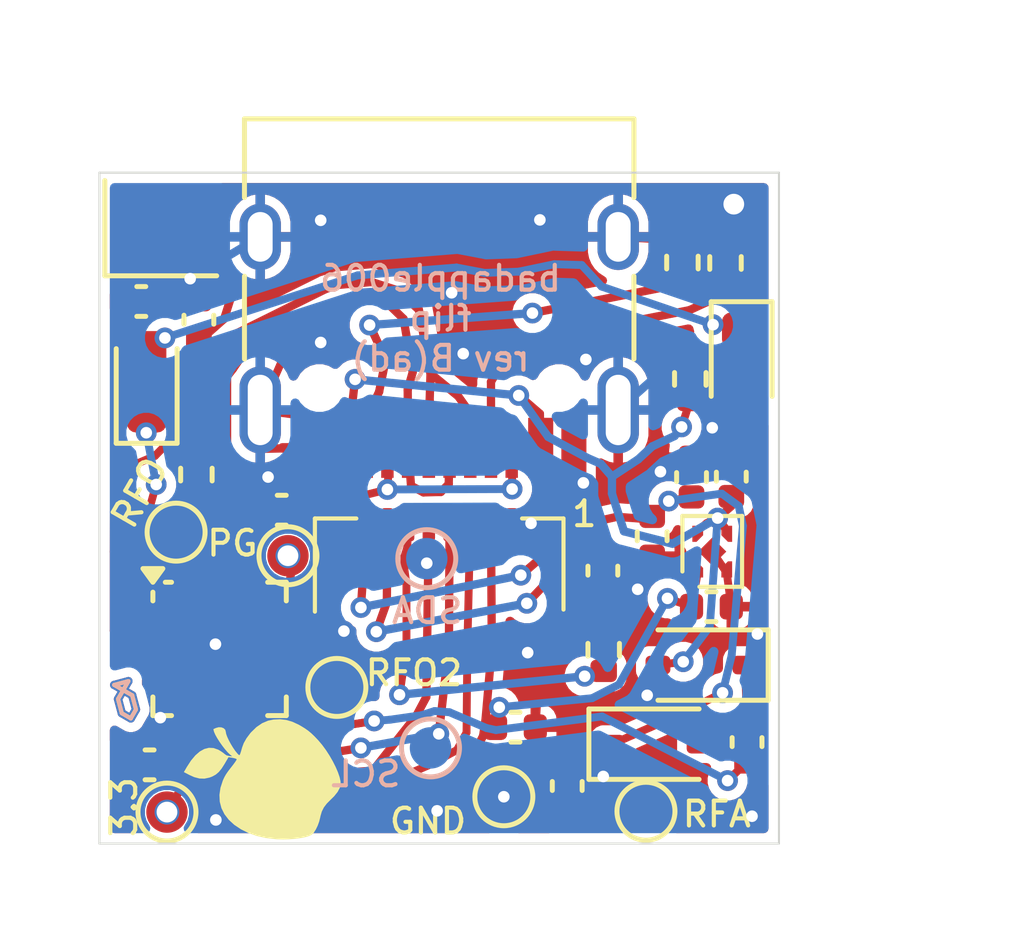
<source format=kicad_pcb>
(kicad_pcb (version 20241229) (generator "pcbnew") (generator_version "9.0")
  (layers (0 "F.Cu" signal) (2 "B.Cu" signal) (13 "F.Paste" user) (15 "B.Paste" user) (5 "F.SilkS" user "F.Silkscreen") (7 "B.SilkS" user "B.Silkscreen") (1 "F.Mask" user) (3 "B.Mask" user) (25 "Edge.Cuts" user))
  (net 0 "")
  (net 1 "Net-(J1-Pin_2)")
  (net 2 "OVDD")
  (net 3 "RES")
  (net 4 "SCL")
  (net 5 "SDA")
  (net 6 "Net-(J1-Pin_3)")
  (net 7 "VBUS")
  (net 8 "Net-(J2-CC1)")
  (net 9 "D+")
  (net 10 "D-")
  (net 11 "Net-(J2-CC2)")
  (net 12 "SBU")
  (net 13 "DPU")
  (net 14 "Net-(D1-A)")
  (net 16 "RFO2")
  (net 18 "Net-(U1-PA2{slash}T1{slash}T2{slash}U2TX_{slash}OPP0{slash}X0A0)")
  (net 19 "Net-(U1-PA1{slash}T1{slash}T2{slash}OPN0{slash}XI{slash}A1)")
  (net 20 "SWIO")
  (net 21 "RFO")
  (net 22 "Net-(J7-Pin_1)")
  (net 23 "REDCOLOR")
  (net 24 "Net-(D2-A)")
  (net 25 "CHARGEPUMP")
  (net 26 "Net-(D3-K)")
  (net 27 "OVCC")
  (net 28 "GND")
  (net 29 "Net-(J2-SBU1)")
  (footprint "TestPoint:TestPoint_Pad_D1.0mm" (layer "F.Cu") (at 74.55 89.25)
    (property "Reference" "J3" (hide yes))
    (property "Value" "PG")
  )
  (footprint "cnhardware:xdfn-reg" (layer "F.Cu") (at 84.79 89.15)
    (property "Reference" "U2" (hide yes))
    (property "Value" "RS3236-3.3YUTDN4")
  )
  (footprint "TestPoint:TestPoint_Pad_D1.0mm" (layer "F.Cu") (at 71.85 88.68)
    (property "Reference" "J6" (hide yes))
    (property "Value" "RFO")
  )
  (footprint "Resistor_SMD:R_0402_1005Metric" (layer "F.Cu") (at 84.26 84.98 90)
    (property "Reference" "R5" (hide yes))
    (property "Value" "49.9" (hide yes))
  )
  (footprint "Crystal:Crystal_SMD_2016-4Pin_2.0x1.6mm" (layer "F.Cu") (at 71.48 81.34)
    (property "Reference" "Y1" (hide yes))
    (property "Value" "24MHz")
  )
  (footprint "TestPoint:TestPoint_Pad_D1.0mm" (layer "F.Cu") (at 71.63 95.44)
    (property "Reference" "J4" (hide yes))
    (property "Value" "3.3")
  )
  (footprint "TestPoint:TestPoint_Pad_D1.0mm" (layer "F.Cu") (at 83.19 95.42)
    (property "Reference" "J7" (hide yes))
    (property "Value" "RFA")
  )
  (footprint "Resistor_SMD:R_0402_1005Metric" (layer "F.Cu") (at 72.34 87.29 90)
    (property "Reference" "R4" (hide yes))
    (property "Value" "1.5k")
  )
  (footprint "Capacitor_SMD:C_0402_1005Metric" (layer "F.Cu") (at 81.29 94.81 90)
    (property "Reference" "C8" (hide yes))
    (property "Value" "100n")
  )
  (footprint "LED_SMD:LED_0603_1608Metric" (layer "F.Cu") (at 71.14 85.050001 90)
    (property "Reference" "D1" (hide yes))
    (property "Value" "LED")
  )
  (footprint "Capacitor_SMD:C_0402_1005Metric" (layer "F.Cu") (at 85.25 87.34 90)
    (property "Reference" "C6" (hide yes))
    (property "Value" "4.7u10v")
  )
  (footprint "Resistor_SMD:R_0402_1005Metric" (layer "F.Cu") (at 82.17 91.52 90)
    (property "Reference" "R1" (hide yes))
    (property "Value" "390k")
  )
  (footprint "Capacitor_SMD:C_0402_1005Metric" (layer "F.Cu") (at 83.34 88.78 -90)
    (property "Reference" "C3" (hide yes))
    (property "Value" "100n")
  )
  (footprint "LED_SMD:LED_0603_1608Metric" (layer "F.Cu") (at 85.5 84.6 -90)
    (property "Reference" "D2" (hide yes))
    (property "Value" "LED")
  )
  (footprint "fpc:AFC42-S08FMA-1H" (layer "F.Cu") (at 78.2 88.5)
    (property "Reference" "J1" (hide yes))
    (property "Value" "OLED")
  )
  (footprint "Diode_SMD:D_SOD-323" (layer "F.Cu") (at 84.53 91.89 180)
    (property "Reference" "D3" (hide yes))
    (property "Value" "D")
  )
  (footprint "Capacitor_SMD:C_0402_1005Metric" (layer "F.Cu") (at 72.4 83.55 -90)
    (property "Reference" "C10" (hide yes))
    (property "Value" "2.2p")
  )
  (footprint "Capacitor_SMD:C_0402_1005Metric" (layer "F.Cu") (at 80.04 93.39)
    (property "Reference" "C4" (hide yes))
    (property "Value" "4.7u10v")
  )
  (footprint "Capacitor_SMD:C_0402_1005Metric" (layer "F.Cu") (at 71.21 94.3 180)
    (property "Reference" "C7" (hide yes))
    (property "Value" "100n" (hide yes))
  )
  (footprint "TestPoint:TestPoint_Pad_D1.0mm" (layer "F.Cu") (at 75.73 92.43)
    (property "Reference" "J9" (hide yes))
    (property "Value" "RFO2")
  )
  (footprint "Connector_USB:USB_C_Receptacle_HRO_TYPE-C-31-M-12" (layer "F.Cu") (at 78.2 82.6 180)
    (property "Reference" "J2" (hide yes))
    (property "Value" "USB_C_Receptacle_USB2.0")
  )
  (footprint "Capacitor_SMD:C_0402_1005Metric" (layer "F.Cu") (at 82.15 89.61 -90)
    (property "Reference" "C1" (hide yes))
    (property "Value" "4.7u10v")
  )
  (footprint "Resistor_SMD:R_0402_1005Metric" (layer "F.Cu") (at 85.11 82.18 90)
    (property "Reference" "R2" (hide yes))
    (property "Value" "5.1k")
  )
  (footprint "Capacitor_SMD:C_0402_1005Metric" (layer "F.Cu") (at 74.4 88.15)
    (property "Reference" "C12" (hide yes))
    (property "Value" "4.7u10v")
  )
  (footprint "Capacitor_SMD:C_0402_1005Metric" (layer "F.Cu") (at 84.29 87.35 90)
    (property "Reference" "C2" (hide yes))
    (property "Value" "4.7u10v")
  )
  (footprint "TestPoint:TestPoint_Pad_D1.0mm" (layer "F.Cu") (at 79.76 95.07)
    (property "Reference" "J5" (hide yes))
    (property "Value" "GND")
  )
  (footprint "Resistor_SMD:R_0402_1005Metric" (layer "F.Cu") (at 84.07 82.17 90)
    (property "Reference" "R3" (hide yes))
    (property "Value" "5.1k")
  )
  (footprint "Capacitor_SMD:C_0402_1005Metric" (layer "F.Cu") (at 85.63 93.75 -90)
    (property "Reference" "C11" (hide yes))
    (property "Value" "4.7u10v")
  )
  (footprint "Package_DFN_QFN:QFN-20-1EP_3x3mm_P0.4mm_EP1.65x1.65mm" (layer "F.Cu") (at 72.9 91.5)
    (property "Reference" "U1" (hide yes))
    (property "Value" "CH32V006F8U6" (hide yes))
  )
  (footprint "Diode_SMD:D_SOD-323" (layer "F.Cu") (at 83.4225 93.8)
    (property "Reference" "D4" (hide yes))
    (property "Value" "D" (hide yes))
  )
  (footprint "artwork:apple" (layer "F.Cu") (at 74.000764 94.528362 60)
    (property "Reference" "J8" (hide yes))
    (property "Value" "APPLE" (hide yes))
  )
  (footprint "Capacitor_SMD:C_0402_1005Metric" (layer "F.Cu") (at 71.01 83.11 180)
    (property "Reference" "C9" (hide yes))
    (property "Value" "2.2p")
  )
  (footprint "Capacitor_SMD:C_0402_1005Metric" (layer "F.Cu") (at 84.77 90.48)
    (property "Reference" "C5" (hide yes))
    (property "Value" "4.7u10v")
  )
  (footprint "TestPoint:TestPoint_Pad_D1.0mm" (layer "B.Cu") (at 77.99 93.89 180)
    (property "Reference" "J10" (hide yes))
    (property "Value" "SCL")
  )
  (footprint "TestPoint:TestPoint_Pad_D1.0mm" (layer "B.Cu") (at 77.9 89.32 180)
    (property "Reference" "J11" (hide yes))
    (property "Value" "SDA")
  )
  (gr_line (start 70.698494 92.278494) (end 70.448494 92.711506) (stroke (width 0.1)) (layer "F.SilkS"))
  (gr_line (start 70.356987 92.37) (end 70.698494 92.278494) (stroke (width 0.1)) (layer "F.SilkS"))
  (gr_line (start 70.881506 92.961506) (end 70.79 92.62) (stroke (width 0.1)) (layer "F.SilkS"))
  (gr_line (start 70.756506 93.178013) (end 70.881506 92.961506) (stroke (width 0.1)) (layer "F.SilkS"))
  (gr_line (start 70.79 92.62) (end 70.356987 92.37) (stroke (width 0.1)) (layer "F.SilkS"))
  (gr_line (start 70.448494 92.711506) (end 70.54 93.053013) (stroke (width 0.1)) (layer "F.SilkS"))
  (gr_line (start 70.54 93.053013) (end 70.756506 93.178013) (stroke (width 0.1)) (layer "F.SilkS"))
  (gr_line (start 70.448494 92.711506) (end 70.54 93.053013) (stroke (width 0.1)) (layer "B.SilkS"))
  (gr_line (start 70.79 92.62) (end 70.356987 92.37) (stroke (width 0.1)) (layer "B.SilkS"))
  (gr_line (start 70.356987 92.37) (end 70.698494 92.278494) (stroke (width 0.1)) (layer "B.SilkS"))
  (gr_line (start 70.881506 92.961506) (end 70.79 92.62) (stroke (width 0.1)) (layer "B.SilkS"))
  (gr_line (start 70.756506 93.178013) (end 70.881506 92.961506) (stroke (width 0.1)) (layer "B.SilkS"))
  (gr_line (start 70.698494 92.278494) (end 70.448494 92.711506) (stroke (width 0.1)) (layer "B.SilkS"))
  (gr_line (start 70.54 93.053013) (end 70.756506 93.178013) (stroke (width 0.1)) (layer "B.SilkS"))
  (gr_line (start 86.4 80) (end 86.4 96.2) (stroke (width 0.05)) (layer "Edge.Cuts"))
  (gr_line (start 70 96.2) (end 70 80) (stroke (width 0.05)) (layer "Edge.Cuts"))
  (gr_line (start 70 80) (end 86.4 80) (stroke (width 0.05)) (layer "Edge.Cuts"))
  (gr_line (start 86.4 96.2) (end 70 96.2) (stroke (width 0.05)) (layer "Edge.Cuts"))
  (gr_text "1" (at 81.35 88.59 0) (layer "F.SilkS") (effects (font (size 0.6 0.6) (thickness 0.1) (bold yes)) (justify left bottom)))
  (gr_text "badapple006\nflip\nrev B(ad)" (at 78.232 84.836 0) (layer "B.SilkS") (effects (font (size 0.6 0.6) (thickness 0.1)) (justify bottom mirror)))
  (segment (start 70.790001 92.620001) (end 70.356987 92.37) (width 0.2) (layer "F.Cu") (net 0))
  (segment (start 70.881505 92.961507) (end 70.790001 92.620001) (width 0.2) (layer "F.Cu") (net 0))
  (segment (start 70.756507 93.178011) (end 70.54 93.053011) (width 0.2) (layer "F.Cu") (net 0))
  (segment (start 70.756507 93.178011) (end 70.881505 92.961507) (width 0.2) (layer "F.Cu") (net 0))
  (segment (start 70.356987 92.37) (end 70.698494 92.278494) (width 0.2) (layer "F.Cu") (net 0))
  (segment (start 70.698494 92.278494) (end 70.448495 92.711506) (width 0.2) (layer "F.Cu") (net 0))
  (segment (start 70.448495 92.711506) (end 70.54 93.053011) (width 0.2) (layer "F.Cu") (net 0))
  (segment (start 70.448494 92.711506) (end 70.698494 92.278494) (width 0.2) (layer "B.Cu") (net 0))
  (segment (start 70.756506 93.178013) (end 70.881506 92.961506) (width 0.2) (layer "B.Cu") (net 0))
  (segment (start 70.756506 93.178013) (end 70.54 93.053013) (width 0.2) (layer "B.Cu") (net 0))
  (segment (start 70.698494 92.278494) (end 70.356987 92.37) (width 0.2) (layer "B.Cu") (net 0))
  (segment (start 70.54 93.053013) (end 70.448494 92.711506) (width 0.2) (layer "B.Cu") (net 0))
  (segment (start 70.79 92.62) (end 70.881506 92.961506) (width 0.2) (layer "B.Cu") (net 0))
  (segment (start 70.356987 92.37) (end 70.79 92.62) (width 0.2) (layer "B.Cu") (net 0))
  (segment (start 80.8228 89.8652) (end 80.3148 90.3986) (width 0.2) (layer "F.Cu") (net 1))
  (segment (start 76.9366 90.3732) (end 76.6826 91.0844) (width 0.2) (layer "F.Cu") (net 1))
  (segment (start 82.15 89.13) (end 80.8228 89.8652) (width 0.2) (layer "F.Cu") (net 1))
  (segment (start 76.9366 90.3732) (end 76.95 88.5) (width 0.2) (layer "F.Cu") (net 1))
  (via (at 80.3148 90.3986) (size 0.5) (drill 0.28) (layers "F.Cu" "B.Cu") (net 1))
  (via (at 76.6826 91.0844) (size 0.5) (drill 0.28) (layers "F.Cu" "B.Cu") (net 1))
  (segment (start 80.3148 90.3986) (end 76.6826 91.0844) (width 0.2) (layer "B.Cu") (net 1))
  (segment (start 73.59 95.31) (end 74.54 95.36) (width 0.2) (layer "F.Cu") (net 2))
  (segment (start 71.69 94.3) (end 72.21 94.47) (width 0.19) (layer "F.Cu") (net 2))
  (segment (start 78.94 94.23) (end 79.26 93.6) (width 0.2) (layer "F.Cu") (net 2))
  (segment (start 79.32 93.19) (end 79.46976 91.48) (width 0.2) (layer "F.Cu") (net 2))
  (segment (start 84.29 90.48) (end 84.44 89.66) (width 0.19) (layer "F.Cu") (net 2))
  (segment (start 74.54 95.36) (end 76.89 95.25) (width 0.2) (layer "F.Cu") (net 2))
  (segment (start 76.89 95.25) (end 78.19 94.67) (width 0.2) (layer "F.Cu") (net 2))
  (segment (start 71.63 95.44) (end 72.21 94.47) (width 0.19) (layer "F.Cu") (net 2))
  (segment (start 72.21 94.47) (end 72.82 94.98) (width 0.2) (layer "F.Cu") (net 2))
  (segment (start 72.1 93.36) (end 72.1 92.74) (width 0.2) (layer "F.Cu") (net 2))
  (segment (start 79.26 93.6) (end 79.32 93.19) (width 0.2) (layer "F.Cu") (net 2))
  (segment (start 78.19 94.67) (end 78.94 94.23) (width 0.2) (layer "F.Cu") (net 2))
  (segment (start 83.71 90.28) (end 84.29 90.48) (width 0.19) (layer "F.Cu") (net 2))
  (segment (start 72.82 94.98) (end 73.59 95.31) (width 0.2) (layer "F.Cu") (net 2))
  (segment (start 72.1 93.36) (end 72.21 94.47) (width 0.2) (layer "F.Cu") (net 2))
  (segment (start 79.46976 91.48) (end 79.45 88.5) (width 0.2) (layer "F.Cu") (net 2))
  (via (at 71.63 95.44) (size 0.6) (drill 0.5) (layers "F.Cu" "B.Cu") (net 2))
  (via (at 79.65 92.91) (size 0.5) (drill 0.28) (layers "F.Cu" "B.Cu") (net 2))
  (via (at 83.71 90.28) (size 0.5) (drill 0.28) (layers "F.Cu" "B.Cu") (net 2))
  (segment (start 82.54 92.36) (end 83.71 90.28) (width 0.19) (layer "B.Cu") (net 2))
  (segment (start 81.89 92.69) (end 79.65 92.91) (width 0.19) (layer "B.Cu") (net 2))
  (segment (start 82.54 92.36) (end 81.89 92.69) (width 0.19) (layer "B.Cu") (net 2))
  (segment (start 78.88 91.41) (end 78.95 88.5) (width 0.19) (layer "F.Cu") (net 3))
  (segment (start 78.86 93.52) (end 78.88 91.41) (width 0.19) (layer "F.Cu") (net 3))
  (segment (start 72.5 92.74) (end 72.5 93.45) (width 0.19) (layer "F.Cu") (net 3))
  (segment (start 78.63 93.94) (end 78.86 93.52) (width 0.19) (layer "F.Cu") (net 3))
  (segment (start 73.67 94.9) (end 74.55 94.97) (width 0.19) (layer "F.Cu") (net 3))
  (segment (start 73.2 94.69) (end 73.67 94.9) (width 0.19) (layer "F.Cu") (net 3))
  (segment (start 72.5 93.45) (end 72.64 94.09) (width 0.19) (layer "F.Cu") (net 3))
  (segment (start 76.67 94.86) (end 77.99 94.29) (width 0.19) (layer "F.Cu") (net 3))
  (segment (start 74.55 94.97) (end 76.67 94.86) (width 0.19) (layer "F.Cu") (net 3))
  (segment (start 72.64 94.09) (end 73.2 94.69) (width 0.19) (layer "F.Cu") (net 3))
  (segment (start 77.99 94.29) (end 78.63 93.94) (width 0.19) (layer "F.Cu") (net 3))
  (segment (start 74.58 94.17) (end 73.93 94.1) (width 0.2) (layer "F.Cu") (net 4))
  (segment (start 76.31 93.89) (end 74.58 94.17) (width 0.2) (layer "F.Cu") (net 4))
  (segment (start 78.4352 91.44) (end 78.45 88.5) (width 0.2) (layer "F.Cu") (net 4))
  (segment (start 73.3 93.44) (end 73.3 92.74) (width 0.2) (layer "F.Cu") (net 4))
  (segment (start 78.19 93.55) (end 78.4352 91.44) (width 0.2) (layer "F.Cu") (net 4))
  (segment (start 73.59 93.93) (end 73.3 93.44) (width 0.2) (layer "F.Cu") (net 4))
  (segment (start 73.93 94.1) (end 73.59 93.93) (width 0.2) (layer "F.Cu") (net 4))
  (via (at 76.31 93.89) (size 0.5) (drill 0.28) (layers "F.Cu" "B.Cu") (net 4))
  (via (at 78.19 93.55) (size 0.5) (drill 0.28) (layers "F.Cu" "B.Cu") (net 4))
  (segment (start 76.31 93.89) (end 78.19 93.55) (width 0.2) (layer "B.Cu") (net 4))
  (segment (start 74.59 94.58) (end 76.6 94.44) (width 0.2) (layer "F.Cu") (net 5))
  (segment (start 72.906154 93.5) (end 72.9 93.34) (width 0.19) (layer "F.Cu") (net 5))
  (segment (start 77.65 93.11) (end 77.89 92.66) (width 0.2) (layer "F.Cu") (net 5))
  (segment (start 72.906154 93.5) (end 73.01 93.86) (width 0.2) (layer "F.Cu") (net 5))
  (segment (start 77.89 92.66) (end 77.95 88.5) (width 0.2) (layer "F.Cu") (net 5))
  (segment (start 76.6 94.44) (end 77.65 93.11) (width 0.2) (layer "F.Cu") (net 5))
  (segment (start 72.9 93.34) (end 72.9 92.74) (width 0.19) (layer "F.Cu") (net 5))
  (segment (start 73.01 93.86) (end 73.4 94.33) (width 0.2) (layer "F.Cu") (net 5))
  (segment (start 73.4 94.33) (end 73.78 94.51) (width 0.2) (layer "F.Cu") (net 5))
  (segment (start 73.78 94.51) (end 74.59 94.58) (width 0.2) (layer "F.Cu") (net 5))
  (via (at 77.9 89.43) (size 0.5) (drill 0.28) (layers "F.Cu" "B.Cu") (net 5))
  (segment (start 77.9 89.32) (end 77.9 89.43) (width 0.19) (layer "B.Cu") (net 5))
  (segment (start 77.45 88.5) (end 77.43 89.05) (width 0.19) (layer "F.Cu") (net 6))
  (segment (start 77.43 89.05) (end 77.36 89.27) (width 0.19) (layer "F.Cu") (net 6))
  (segment (start 77.41 89.94) (end 77.41 91.48) (width 0.19) (layer "F.Cu") (net 6))
  (segment (start 77.36 89.58) (end 77.41 89.94) (width 0.19) (layer "F.Cu") (net 6))
  (segment (start 82.15 91.99) (end 81.71 92.16) (width 0.2) (layer "F.Cu") (net 6))
  (segment (start 77.41 91.48) (end 77.2414 92.6084) (width 0.19) (layer "F.Cu") (net 6))
  (segment (start 77.36 89.27) (end 77.36 89.58) (width 0.19) (layer "F.Cu") (net 6))
  (via (at 81.71 92.16) (size 0.5) (drill 0.28) (layers "F.Cu" "B.Cu") (net 6))
  (via (at 77.2414 92.6084) (size 0.5) (drill 0.28) (layers "F.Cu" "B.Cu") (net 6))
  (segment (start 77.2414 92.6084) (end 81.71 92.16) (width 0.2) (layer "B.Cu") (net 6))
  (segment (start 84.26 85.49) (end 84.05 86.14) (width 0.19) (layer "F.Cu") (net 7))
  (segment (start 84.66 88.46) (end 84.44 88.64) (width 0.19) (layer "F.Cu") (net 7))
  (segment (start 76.17 84.99) (end 76.11 85.51) (width 0.2) (layer "F.Cu") (net 7))
  (segment (start 84.92 88.34) (end 84.66 88.46) (width 0.19) (layer "F.Cu") (net 7))
  (segment (start 80.12 85.38) (end 80.63 85.82) (width 0.2) (layer "F.Cu") (net 7))
  (segment (start 83.48 91.89) (end 84.09 91.81) (width 0.19) (layer "F.Cu") (net 7))
  (segment (start 85.25 88.06) (end 84.92 88.34) (width 0.19) (layer "F.Cu") (net 7))
  (segment (start 80.63 85.82) (end 80.65 86.645) (width 0.2) (layer "F.Cu") (net 7))
  (segment (start 84.92 88.34) (end 85.14 88.64) (width 0.2) (layer "F.Cu") (net 7))
  (segment (start 76.11 85.51) (end 75.75 86.645) (width 0.2) (layer "F.Cu") (net 7))
  (via (at 76.17 84.99) (size 0.5) (drill 0.28) (layers "F.Cu" "B.Cu") (net 7))
  (via (at 84.09 91.81) (size 0.5) (drill 0.28) (layers "F.Cu" "B.Cu") (net 7))
  (via (at 84.92 88.34) (size 0.5) (drill 0.28) (layers "F.Cu" "B.Cu") (net 7))
  (via (at 84.05 86.14) (size 0.5) (drill 0.28) (layers "F.Cu" "B.Cu") (net 7))
  (via (at 80.12 85.38) (size 0.5) (drill 0.28) (layers "F.Cu" "B.Cu") (net 7))
  (segment (start 84.92 88.34) (end 83.83 88.96) (width 0.2) (layer "B.Cu") (net 7))
  (segment (start 82.1 87.03) (end 81.78 86.89) (width 0.2) (layer "B.Cu") (net 7))
  (segment (start 83.002807 86.922806) (end 82.37 87.34) (width 0.2) (layer "B.Cu") (net 7))
  (segment (start 82.37 87.75) (end 82.37 87.34) (width 0.2) (layer "B.Cu") (net 7))
  (segment (start 80.12 85.38) (end 76.17 84.99) (width 0.2) (layer "B.Cu") (net 7))
  (segment (start 84.09 91.81) (end 84.73 90.96) (width 0.19) (layer "B.Cu") (net 7))
  (segment (start 82.66 88.66) (end 82.37 87.75) (width 0.2) (layer "B.Cu") (net 7))
  (segment (start 81.78 86.89) (end 80.83 86.38) (width 0.2) (layer "B.Cu") (net 7))
  (segment (start 84.05 86.14) (end 83.88 86.36) (width 0.2) (layer "B.Cu") (net 7))
  (segment (start 83.88 86.36) (end 83.34 86.61) (width 0.2) (layer "B.Cu") (net 7))
  (segment (start 84.73 90.96) (end 84.92 88.34) (width 0.19) (layer "B.Cu") (net 7))
  (segment (start 82.37 87.34) (end 82.1 87.03) (width 0.2) (layer "B.Cu") (net 7))
  (segment (start 83.34 86.61) (end 83.002807 86.922806) (width 0.2) (layer "B.Cu") (net 7))
  (segment (start 80.83 86.38) (end 80.12 85.38) (width 0.2) (layer "B.Cu") (net 7))
  (segment (start 83.83 88.96) (end 82.66 88.66) (width 0.2) (layer "B.Cu") (net 7))
  (segment (start 84.24 83.32) (end 84.65 83.13) (width 0.2) (layer "F.Cu") (net 8))
  (segment (start 79.45 86.645) (end 79.45 85.05) (width 0.2) (layer "F.Cu") (net 8))
  (segment (start 80.86 83.98) (end 84.24 83.32) (width 0.2) (layer "F.Cu") (net 8))
  (segment (start 79.71 84.6) (end 80.86 83.98) (width 0.2) (layer "F.Cu") (net 8))
  (segment (start 84.65 83.13) (end 85.11 82.69) (width 0.2) (layer "F.Cu") (net 8))
  (segment (start 79.45 85.05) (end 79.71 84.6) (width 0.2) (layer "F.Cu") (net 8))
  (segment (start 77.52 87.56) (end 77.82 87.72) (width 0.2) (layer "F.Cu") (net 9))
  (segment (start 74.28 83.86) (end 74.7 83.63) (width 0.2) (layer "F.Cu") (net 9))
  (segment (start 73.08 86.52) (end 73.08 84.92) (width 0.2) (layer "F.Cu") (net 9))
  (segment (start 77.01 83.21) (end 77.34 83.53) (width 0.2) (layer "F.Cu") (net 9))
  (segment (start 77.45 86.645) (end 77.52 87.56) (width 0.2) (layer "F.Cu") (net 9))
  (segment (start 73.34 87.42) (end 73.29 87.11) (width 0.2) (layer "F.Cu") (net 9))
  (segment (start 73.57 84.23) (end 74.28 83.86) (width 0.2) (layer "F.Cu") (net 9))
  (segment (start 73.22 84.74) (end 73.57 84.23) (width 0.2) (layer "F.Cu") (net 9))
  (segment (start 77.44 85.24) (end 77.45 86.645) (width 0.2) (layer "F.Cu") (net 9))
  (segment (start 73.3 89.84) (end 73.3 89.41) (width 0.2) (layer "F.Cu") (net 9))
  (segment (start 73.3 89.41) (end 73.362575 88.812764) (width 0.2) (layer "F.Cu") (net 9))
  (segment (start 73.29 87.11) (end 73.13 86.68) (width 0.2) (layer "F.Cu") (net 9))
  (segment (start 73.13 86.68) (end 73.08 86.52) (width 0.2) (layer "F.Cu") (net 9))
  (segment (start 78.24 87.71) (end 78.43 87.52) (width 0.2) (layer "F.Cu") (net 9))
  (segment (start 77.34 83.53) (end 77.56 84.82) (width 0.2) (layer "F.Cu") (net 9))
  (segment (start 75.76 83.13) (end 76.58 83.06) (width 0.2) (layer "F.Cu") (net 9))
  (segment (start 73.08 84.92) (end 73.22 84.74) (width 0.2) (layer "F.Cu") (net 9))
  (segment (start 78.43 87.52) (end 78.45 86.645) (width 0.2) (layer "F.Cu") (net 9))
  (segment (start 73.351829 88.569936) (end 73.34 87.42) (width 0.2) (layer "F.Cu") (net 9))
  (segment (start 74.7 83.63) (end 75.76 83.13) (width 0.2) (layer "F.Cu") (net 9))
  (segment (start 76.58 83.06) (end 77.01 83.21) (width 0.2) (layer "F.Cu") (net 9))
  (segment (start 77.82 87.72) (end 78.24 87.71) (width 0.2) (layer "F.Cu") (net 9))
  (segment (start 77.56 84.82) (end 77.44 85.24) (width 0.2) (layer "F.Cu") (net 9))
  (segment (start 73.362575 88.812764) (end 73.351829 88.569936) (width 0.2) (layer "F.Cu") (net 9))
  (segment (start 78.95 86.645) (end 78.95 85.81) (width 0.2) (layer "F.Cu") (net 10))
  (segment (start 72.91 89.3) (end 72.97 88.81) (width 0.2) (layer "F.Cu") (net 10))
  (segment (start 77.95 86.645) (end 77.97 85.5) (width 0.2) (layer "F.Cu") (net 10))
  (segment (start 75.76 82.71) (end 76.57 82.64) (width 0.2) (layer "F.Cu") (net 10))
  (segment (start 77.19 82.84) (end 77.71 83.31) (width 0.2) (layer "F.Cu") (net 10))
  (segment (start 78.95 85.81) (end 78.66 85.4) (width 0.2) (layer "F.Cu") (net 10))
  (segment (start 75.46 82.81) (end 75.76 82.71) (width 0.2) (layer "F.Cu") (net 10))
  (segment (start 72.897076 84.519948) (end 73.12 84.14) (width 0.2) (layer "F.Cu") (net 10))
  (segment (start 72.51 86.48) (end 72.41 86.77) (width 0.2) (layer "F.Cu") (net 10))
  (segment (start 78.66 85.4) (end 77.99 84.85) (width 0.2) (layer "F.Cu") (net 10))
  (segment (start 77.97 85.5) (end 77.99 84.85) (width 0.2) (layer "F.Cu") (net 10))
  (segment (start 72.85 87.22) (end 72.36 86.82) (width 0.2) (layer "F.Cu") (net 10))
  (segment (start 72.97 88.81) (end 72.960286 88.53272) (width 0.2) (layer "F.Cu") (net 10))
  (segment (start 72.68 84.82) (end 72.77 84.65) (width 0.2) (layer "F.Cu") (net 10))
  (segment (start 72.9 89.84) (end 72.91 89.3) (width 0.2) (layer "F.Cu") (net 10))
  (segment (start 76.57 82.64) (end 77.19 82.84) (width 0.2) (layer "F.Cu") (net 10))
  (segment (start 72.95 87.47) (end 72.85 87.22) (width 0.2) (layer "F.Cu") (net 10))
  (segment (start 77.71 83.31) (end 77.99 84.85) (width 0.2) (layer "F.Cu") (net 10))
  (segment (start 72.68 86.24) (end 72.68 84.82) (width 0.2) (layer "F.Cu") (net 10))
  (segment (start 72.51 86.48) (end 72.68 86.24) (width 0.2) (layer "F.Cu") (net 10))
  (segment (start 72.77 84.65) (end 72.897076 84.519948) (width 0.2) (layer "F.Cu") (net 10))
  (segment (start 73.12 84.14) (end 73.33 83.87) (width 0.2) (layer "F.Cu") (net 10))
  (segment (start 73.33 83.87) (end 75.46 82.81) (width 0.2) (layer "F.Cu") (net 10))
  (segment (start 72.960286 88.53272) (end 72.95 87.47) (width 0.2) (layer "F.Cu") (net 10))
  (segment (start 76.91 84.51) (end 76.75 85.29) (width 0.2) (layer "F.Cu") (net 11))
  (segment (start 76.52 83.68) (end 76.91 84.51) (width 0.2) (layer "F.Cu") (net 11))
  (segment (start 80.45 83.39) (end 84.07 82.68) (width 0.2) (layer "F.Cu") (net 11))
  (segment (start 76.75 85.29) (end 76.51 85.8) (width 0.2) (layer "F.Cu") (net 11))
  (segment (start 76.51 85.8) (end 76.45 86.645) (width 0.2) (layer "F.Cu") (net 11))
  (via (at 80.45 83.39) (size 0.5) (drill 0.28) (layers "F.Cu" "B.Cu") (net 11))
  (via (at 76.52 83.68) (size 0.5) (drill 0.28) (layers "F.Cu" "B.Cu") (net 11))
  (segment (start 76.52 83.68) (end 80.45 83.39) (width 0.2) (layer "B.Cu") (net 11))
  (segment (start 73.75 88.8) (end 73.97 88.34) (width 0.19) (layer "F.Cu") (net 12))
  (segment (start 73.7 89.92) (end 73.71 89.49) (width 0.19) (layer "F.Cu") (net 12))
  (segment (start 73.71 89.49) (end 73.75 88.8) (width 0.19) (layer "F.Cu") (net 12))
  (segment (start 72.5 89.84) (end 72.49 89.34) (width 0.19) (layer "F.Cu") (net 13))
  (segment (start 72.49 89.34) (end 72.56031 88.92605) (width 0.19) (layer "F.Cu") (net 13))
  (segment (start 72.56031 88.92605) (end 72.58 88.68) (width 0.19) (layer "F.Cu") (net 13))
  (segment (start 72.58 88.68) (end 72.55 88.33) (width 0.19) (layer "F.Cu") (net 13))
  (segment (start 72.55 88.33) (end 72.41 87.79) (width 0.19) (layer "F.Cu") (net 13))
  (segment (start 85.5 83.8125) (end 84.81 83.67) (width 0.19) (layer "F.Cu") (net 14))
  (segment (start 71.19 84.312501) (end 71.58 83.99) (width 0.19) (layer "F.Cu") (net 14))
  (via (at 84.81 83.67) (size 0.5) (drill 0.28) (layers "F.Cu" "B.Cu") (net 14))
  (via (at 71.58 83.99) (size 0.5) (drill 0.28) (layers "F.Cu" "B.Cu") (net 14))
  (segment (start 80.12 82.39) (end 79.3 82.42) (width 0.19) (layer "B.Cu") (net 14))
  (segment (start 82.12 82.75) (end 81.64 82.23) (width 0.19) (layer "B.Cu") (net 14))
  (segment (start 78.62 82.29) (end 76.34 82.471255) (width 0.19) (layer "B.Cu") (net 14))
  (segment (start 80.98 82.21) (end 80.12 82.39) (width 0.19) (layer "B.Cu") (net 14))
  (segment (start 81.64 82.23) (end 80.98 82.21) (width 0.19) (layer "B.Cu") (net 14))
  (segment (start 76.23 82.48) (end 71.58 83.99) (width 0.19) (layer "B.Cu") (net 14))
  (segment (start 79.3 82.42) (end 78.62 82.29) (width 0.19) (layer "B.Cu") (net 14))
  (segment (start 84.81 83.67) (end 82.12 82.75) (width 0.19) (layer "B.Cu") (net 14))
  (segment (start 76.34 82.471255) (end 76.23 82.48) (width 0.19) (layer "B.Cu") (net 14))
  (segment (start 74.35 91.5) (end 74.35 91.9) (width 0.19) (layer "F.Cu") (net 16))
  (segment (start 74.94 91.89) (end 75.73 92.43) (width 0.19) (layer "F.Cu") (net 16))
  (segment (start 74.35 91.9) (end 74.94 91.89) (width 0.19) (layer "F.Cu") (net 16))
  (segment (start 70.42 91.3) (end 70.53 91.4) (width 0.2) (layer "F.Cu") (net 18))
  (segment (start 70.631006 83.33) (end 70.37 83.66) (width 0.2) (layer "F.Cu") (net 18))
  (segment (start 70.75 91.5) (end 71.45 91.5) (width 0.2) (layer "F.Cu") (net 18))
  (segment (start 70.35 91.06) (end 70.42 91.3) (width 0.2) (layer "F.Cu") (net 18))
  (segment (start 70.53 91.4) (end 70.75 91.5) (width 0.2) (layer "F.Cu") (net 18))
  (segment (start 70.36 86.6) (end 70.35 89.15) (width 0.2) (layer "F.Cu") (net 18))
  (segment (start 70.75 81.91) (end 70.631006 83.33) (width 0.2) (layer "F.Cu") (net 18))
  (segment (start 70.37 83.66) (end 70.36 86.6) (width 0.2) (layer "F.Cu") (net 18))
  (segment (start 70.35 89.15) (end 70.35 91.06) (width 0.2) (layer "F.Cu") (net 18))
  (segment (start 70.94 87.01) (end 70.78 87.25) (width 0.19) (layer "F.Cu") (net 19))
  (segment (start 70.74 90.59) (end 70.74 90.78) (width 0.19) (layer "F.Cu") (net 19))
  (segment (start 72.05 86.01) (end 71.78 86.39) (width 0.19) (layer "F.Cu") (net 19))
  (segment (start 70.74 90.78) (end 70.75 90.89) (width 0.19) (layer "F.Cu") (net 19))
  (segment (start 72.12 85.74) (end 72.05 86.01) (width 0.19) (layer "F.Cu") (net 19))
  (segment (start 72.89 81.25) (end 73 81.86) (width 0.2) (layer "F.Cu") (net 19))
  (segment (start 71.34 86.84) (end 70.94 87.01) (width 0.19) (layer "F.Cu") (net 19))
  (segment (start 72.15 80.81) (end 72.89 81.25) (width 0.2) (layer "F.Cu") (net 19))
  (segment (start 71.78 86.39) (end 71.34 86.84) (width 0.19) (layer "F.Cu") (net 19))
  (segment (start 73.24 82.8) (end 73.01 83.53) (width 0.2) (layer "F.Cu") (net 19))
  (segment (start 73 81.86) (end 73.24 82.8) (width 0.2) (layer "F.Cu") (net 19))
  (segment (start 73.01 83.53) (end 72.4 84.07) (width 0.2) (layer "F.Cu") (net 19))
  (segment (start 70.75 90.89) (end 70.81 91.03) (width 0.19) (layer "F.Cu") (net 19))
  (segment (start 70.81 91.03) (end 70.94 91.1) (width 0.19) (layer "F.Cu") (net 19))
  (segment (start 70.94 91.1) (end 71.45 91.1) (width 0.19) (layer "F.Cu") (net 19))
  (segment (start 72.13 84.99) (end 72.4 84.07) (width 0.2) (layer "F.Cu") (net 19))
  (segment (start 70.74 87.93) (end 70.735 90.02) (width 0.19) (layer "F.Cu") (net 19))
  (segment (start 72.12 85.74) (end 72.13 84.99) (width 0.2) (layer "F.Cu") (net 19))
  (segment (start 70.78 87.25) (end 70.74 87.93) (width 0.19) (layer "F.Cu") (net 19))
  (segment (start 70.735 90.02) (end 70.74 90.59) (width 0.19) (layer "F.Cu") (net 19))
  (segment (start 74.35 90.7) (end 74.69 89.47) (width 0.19) (layer "F.Cu") (net 20))
  (via (at 74.55 89.25) (size 0.6) (drill 0.5) (layers "F.Cu" "B.Cu") (net 20))
  (segment (start 72.11 89.23) (end 71.83 88.68) (width 0.19) (layer "F.Cu") (net 21))
  (segment (start 72.1 89.92) (end 72.11 89.23) (width 0.19) (layer "F.Cu") (net 21))
  (segment (start 83.19 95.56) (end 81.29 95.29) (width 0.19) (layer "F.Cu") (net 22))
  (segment (start 71.37 87.53) (end 71.12 88.42) (width 0.19) (layer "F.Cu") (net 23))
  (segment (start 71.12 88.42) (end 71.12 90.69) (width 0.19) (layer "F.Cu") (net 23))
  (segment (start 71.19 85.887501) (end 71.13 86.28) (width 0.19) (layer "F.Cu") (net 23))
  (segment (start 71.12 90.69) (end 71.45 90.7) (width 0.19) (layer "F.Cu") (net 23))
  (via (at 71.13 86.28) (size 0.5) (drill 0.28) (layers "F.Cu" "B.Cu") (net 23))
  (via (at 71.37 87.53) (size 0.5) (drill 0.28) (layers "F.Cu" "B.Cu") (net 23))
  (segment (start 71.37 87.53) (end 71.13 86.28) (width 0.19) (layer "B.Cu") (net 23))
  (segment (start 84.98 84.8) (end 85.5 85.3875) (width 0.19) (layer "F.Cu") (net 24))
  (segment (start 84.26 84.47) (end 84.98 84.8) (width 0.19) (layer "F.Cu") (net 24))
  (segment (start 73.7 93.32) (end 73.7 92.95) (width 0.19) (layer "F.Cu") (net 25))
  (segment (start 75.22 93.46) (end 74.37 93.614737) (width 0.19) (layer "F.Cu") (net 25))
  (segment (start 74.35 92.3) (end 74.37 93.614737) (width 0.19) (layer "F.Cu") (net 25))
  (segment (start 74.01 93.52) (end 73.77 93.41) (width 0.19) (layer "F.Cu") (net 25))
  (segment (start 76.63 93.24) (end 75.22 93.46) (width 0.19) (layer "F.Cu") (net 25))
  (segment (start 76.63 93.24) (end 75.47 93.420993) (width 0.19) (layer "F.Cu") (net 25))
  (segment (start 85.63 94.23) (end 85.16 94.68) (width 0.19) (layer "F.Cu") (net 25))
  (segment (start 74.37 93.614737) (end 74.01 93.52) (width 0.19) (layer "F.Cu") (net 25))
  (segment (start 73.71 93.25) (end 73.7 92.74) (width 0.19) (layer "F.Cu") (net 25))
  (segment (start 73.77 93.41) (end 73.7 93.32) (width 0.19) (layer "F.Cu") (net 25))
  (via (at 76.63 93.24) (size 0.5) (drill 0.28) (layers "F.Cu" "B.Cu") (net 25))
  (via (at 85.16 94.68) (size 0.5) (drill 0.28) (layers "F.Cu" "B.Cu") (net 25))
  (segment (start 79.34 93.41) (end 79.57 93.46) (width 0.19) (layer "B.Cu") (net 25))
  (segment (start 77.01 93.21) (end 77.78 93.1) (width 0.19) (layer "B.Cu") (net 25))
  (segment (start 78.09 93) (end 78.45 93.03) (width 0.19) (layer "B.Cu") (net 25))
  (segment (start 78.45 93.03) (end 79.34 93.41) (width 0.19) (layer "B.Cu") (net 25))
  (segment (start 79.57 93.46) (end 82.13 93.13) (width 0.19) (layer "B.Cu") (net 25))
  (segment (start 77.78 93.1) (end 78.09 93) (width 0.19) (layer "B.Cu") (net 25))
  (segment (start 76.63 93.24) (end 77.01 93.21) (width 0.19) (layer "B.Cu") (net 25))
  (segment (start 82.13 93.13) (end 85.16 94.68) (width 0.19) (layer "B.Cu") (net 25))
  (segment (start 84.4725 93.8) (end 85.63 93.27) (width 0.19) (layer "F.Cu") (net 26))
  (segment (start 85.58 91.89) (end 85.63 93.27) (width 0.19) (layer "F.Cu") (net 26))
  (segment (start 81.69 88.49) (end 82.49 88.31) (width 0.2) (layer "F.Cu") (net 27))
  (segment (start 83.74 87.93) (end 84.29 87.83) (width 0.19) (layer "F.Cu") (net 27))
  (segment (start 76.45 88.5) (end 76.31 90.5) (width 0.2) (layer "F.Cu") (net 27))
  (segment (start 83.92 93.12) (end 82.3725 93.8) (width 0.19) (layer "F.Cu") (net 27))
  (segment (start 82.49 88.31) (end 83.42 88.38) (width 0.2) (layer "F.Cu") (net 27))
  (segment (start 85.04 92.56) (end 83.92 93.12) (width 0.19) (layer "F.Cu") (net 27))
  (segment (start 80.17 89.72) (end 81.49 88.58) (width 0.2) (layer "F.Cu") (net 27))
  (segment (start 83.74 87.93) (end 83.34 88.3) (width 0.19) (layer "F.Cu") (net 27))
  (segment (start 81.49 88.58) (end 81.69 88.49) (width 0.2) (layer "F.Cu") (net 27))
  (via (at 85.04 92.56) (size 0.5) (drill 0.28) (layers "F.Cu" "B.Cu") (net 27))
  (via (at 76.31 90.5) (size 0.5) (drill 0.28) (layers "F.Cu" "B.Cu") (net 27))
  (via (at 83.74 87.93) (size 0.5) (drill 0.28) (layers "F.Cu" "B.Cu") (net 27))
  (via (at 80.17 89.72) (size 0.5) (drill 0.28) (layers "F.Cu" "B.Cu") (net 27))
  (segment (start 85.53 88.53) (end 85.43 88.05) (width 0.19) (layer "B.Cu") (net 27))
  (segment (start 76.31 90.5) (end 80.17 89.72) (width 0.2) (layer "B.Cu") (net 27))
  (segment (start 85.43 88.05) (end 85.02 87.75) (width 0.19) (layer "B.Cu") (net 27))
  (segment (start 85.02 87.75) (end 83.74 87.93) (width 0.19) (layer "B.Cu") (net 27))
  (segment (start 85.04 92.56) (end 85.26 91.65) (width 0.19) (layer "B.Cu") (net 27))
  (segment (start 85.26 91.65) (end 85.53 88.53) (width 0.19) (layer "B.Cu") (net 27))
  (segment (start 74.95 87.55) (end 74.95 86.645) (width 0.19) (layer "F.Cu") (net 28))
  (segment (start 71.56 81.47) (end 72.18 81.89) (width 0.19) (layer "F.Cu") (net 28))
  (segment (start 81.45 86.645) (end 81.68 87.49) (width 0.2) (layer "F.Cu") (net 28))
  (segment (start 72.4 83.11) (end 72.18 81.93) (width 0.19) (layer "F.Cu") (net 28))
  (segment (start 82.02 87.58) (end 81.68 87.49) (width 0.19) (layer "F.Cu") (net 28))
  (segment (start 72.15 82.17) (end 72.19 82.56) (width 0.2) (layer "F.Cu") (net 28))
  (segment (start 74.95 86.645) (end 73.88 86.67) (width 0.2) (layer "F.Cu") (net 28))
  (segment (start 74.57 84.488899) (end 74.41 84.53) (width 0.19) (layer "F.Cu") (net 28))
  (segment (start 81.45 85.81) (end 81.64 85.72) (width 0.2) (layer "F.Cu") (net 28))
  (segment (start 72.38 91.9) (end 72.9 91.5) (width 0.19) (layer "F.Cu") (net 28))
  (segment (start 80.58 92.45) (end 80.52 93.39) (width 0.2) (layer "F.Cu") (net 28))
  (segment (start 81.45 86.645) (end 81.45 85.81) (width 0.2) (layer "F.Cu") (net 28))
  (segment (start 75.52 91.07) (end 75.9 91.07) (width 0.19) (layer "F.Cu") (net 28))
  (segment (start 85.14 89.66) (end 84.79 89.15) (width 0.19) (layer "F.Cu") (net 28))
  (segment (start 80.4164 88.4682) (end 81.42 87.64) (width 0.2) (layer "F.Cu") (net 28))
  (segment (start 71.49 83.15) (end 72.4 83.11) (width 0.19) (layer "F.Cu") (net 28))
  (segment (start 80.33549 91.59) (end 80.95 91) (width 0.2) (layer "F.Cu") (net 28))
  (segment (start 84.319999 81.65) (end 82.52 81.55) (width 0.2) (layer "F.Cu") (net 28))
  (segment (start 81.42 87.64) (end 81.68 87.49) (width 0.2) (layer "F.Cu") (net 28))
  (segment (start 81.64 85.72) (end 82.52 85.73) (width 0.2) (layer "F.Cu") (net 28))
  (segment (start 74.41 84.53) (end 73.88 85.73) (width 0.19) (layer "F.Cu") (net 28))
  (segment (start 71.45 91.9) (end 72.38 91.9) (width 0.19) (layer "F.Cu") (net 28))
  (segment (start 74.79 85.85) (end 73.88 85.73) (width 0.2) (layer "F.Cu") (net 28))
  (segment (start 74.95 86.645) (end 74.79 85.85) (width 0.2) (layer "F.Cu") (net 28))
  (segment (start 73.88 85.73) (end 73.88 86.67) (width 0.19) (layer "F.Cu") (net 28))
  (segment (start 74.07 87.35) (end 74.95 87.55) (width 0.19) (layer "F.Cu") (net 28))
  (segment (start 70.69 93.96) (end 71.47 93.16) (width 0.19) (layer "F.Cu") (net 28))
  (segment (start 72.4 83.11) (end 72.19 82.56) (width 0.19) (layer "F.Cu") (net 28))
  (segment (start 85.25 90.48) (end 85.14 89.66) (width 0.19) (layer "F.Cu") (net 28))
  (segment (start 80.33549 91.59) (end 80.58 92.45) (width 0.2) (layer "F.Cu") (net 28))
  (segment (start 71.44 81.28) (end 71.56 81.47) (width 0.19) (layer "F.Cu") (net 28))
  (segment (start 75.45 91) (end 75.52 91.07) (width 0.19) (layer "F.Cu") (net 28))
  (segment (start 85.51 81.68) (end 84.319999 81.65) (width 0.2) (layer "F.Cu") (net 28))
  (segment (start 70.78 80.79) (end 71.44 81.28) (width 0.19) (layer "F.Cu") (net 28))
  (via (at 78.15 95.41) (size 0.5) (drill 0.28) (layers "F.Cu" "B.Cu") (net 28))
  (via (at 75.34 81.15) (size 0.5) (drill 0.28) (layers "F.Cu" "B.Cu") (net 28))
  (via (at 71.47 93.16) (size 0.5) (drill 0.28) (layers "F.Cu" "B.Cu") (net 28))
  (via (at 85.31 80.76) (size 0.6) (drill 0.5) (layers "F.Cu" "B.Cu") (net 28))
  (via (at 83.22 92.62) (size 0.5) (drill 0.28) (layers "F.Cu" "B.Cu") (net 28))
  (via (at 85.88 91.14) (size 0.5) (drill 0.28) (layers "F.Cu" "B.Cu") (net 28))
  (via (at 80.63 81.14) (size 0.5) (drill 0.28) (layers "F.Cu" "B.Cu") (net 28))
  (via (at 83.54 87.22) (size 0.5) (drill 0.28) (layers "F.Cu" "B.Cu") (net 28))
  (via (at 84.79 86.16) (size 0.5) (drill 0.28) (layers "F.Cu" "B.Cu") (net 28))
  (via (at 85.75 95.54) (size 0.5) (drill 0.28) (layers "F.Cu" "B.Cu") (net 28))
  (via (at 72.81 95.63) (size 0.5) (drill 0.28) (layers "F.Cu" "B.Cu") (net 28))
  (via (at 78.5 82.9) (size 0.5) (drill 0.28) (layers "F.Cu" "B.Cu") (net 28))
  (via (at 75.34 84.1) (size 0.5) (drill 0.28) (layers "F.Cu" "B.Cu") (net 28))
  (via (at 78.78 84.37) (size 0.5) (drill 0.28) (layers "F.Cu" "B.Cu") (net 28))
  (via (at 80.4164 88.4682) (size 0.5) (drill 0.28) (layers "F.Cu" "B.Cu") (net 28))
  (via (at 80.33549 91.59) (size 0.5) (drill 0.28) (layers "F.Cu" "B.Cu") (net 28))
  (via (at 72.8 91.385) (size 0.5) (drill 0.28) (layers "F.Cu" "B.Cu") (net 28))
  (via (at 74.07 87.35) (size 0.5) (drill 0.28) (layers "F.Cu" "B.Cu") (net 28))
  (via (at 82.99 90.06) (size 0.5) (drill 0.28) (layers "F.Cu" "B.Cu") (net 28))
  (via (at 82.16 94.58) (size 0.5) (drill 0.28) (layers "F.Cu" "B.Cu") (net 28))
  (via (at 81.74 84.51) (size 0.5) (drill 0.28) (layers "F.Cu" "B.Cu") (net 28))
  (via (at 75.9 91.07) (size 0.5) (drill 0.28) (layers "F.Cu" "B.Cu") (net 28))
  (via (at 72.19 82.56) (size 0.5) (drill 0.28) (layers "F.Cu" "B.Cu") (net 28))
  (via (at 81.68 87.49) (size 0.5) (drill 0.28) (layers "F.Cu" "B.Cu") (net 28))
  (via (at 79.76 95.07) (size 0.5) (drill 0.28) (layers "F.Cu" "B.Cu") (net 28))
  (segment (start 85.7 84.35) (end 85.35 84.85) (width 0.2) (layer "B.Cu") (net 28))
  (segment (start 72.19 82.56) (end 73.88 81.55) (width 0.2) (layer "B.Cu") (net 28))
  (segment (start 85.78 82.14) (end 85.7 84.35) (width 0.2) (layer "B.Cu") (net 28))
  (segment (start 72.8 91.385) (end 71.47 93.16) (width 0.2) (layer "B.Cu") (net 28))
  (segment (start 83.48 84.88) (end 82.52 85.73) (width 0.2) (layer "B.Cu") (net 28))
  (segment (start 85.35 84.85) (end 83.48 84.88) (width 0.2) (layer "B.Cu") (net 28))
  (segment (start 81.68 87.49) (end 81.99 91.05) (width 0.2) (layer "B.Cu") (net 28))
  (segment (start 76.95 86.645) (end 76.97 87.34) (width 0.19) (layer "F.Cu") (net 29))
  (segment (start 76.12 87.86) (end 76.43 87.78) (width 0.19) (layer "F.Cu") (net 29))
  (segment (start 74.88 88.15) (end 76.12 87.86) (width 0.19) (layer "F.Cu") (net 29))
  (segment (start 76.97 87.34) (end 76.95 87.65) (width 0.19) (layer "F.Cu") (net 29))
  (segment (start 76.95 86.645) (end 76.94 87.13) (width 0.19) (layer "F.Cu") (net 29))
  (segment (start 79.96 87.22) (end 79.96 87.64) (width 0.19) (layer "F.Cu") (net 29))
  (segment (start 79.95 86.645) (end 79.96 87.22) (width 0.19) (layer "F.Cu") (net 29))
  (segment (start 76.43 87.78) (end 76.95 87.65) (width 0.19) (layer "F.Cu") (net 29))
  (via (at 76.95 87.65) (size 0.5) (drill 0.28) (layers "F.Cu" "B.Cu") (net 29))
  (via (at 79.96 87.64) (size 0.5) (drill 0.28) (layers "F.Cu" "B.Cu") (net 29))
  (segment (start 79.96 87.64) (end 76.95 87.65) (width 0.19) (layer "B.Cu") (net 29))
  (zone (net 28) (net_name "GND") (layers "F.Cu" "B.Cu") (connect_pads (clearance 0.23)) (min_thickness 0.23) (fill yes (thermal_gap 0.23) (thermal_bridge_width 0.23))
    (polygon (pts (xy 88.73 76.63) (xy 88.73 98.28) (xy 67.6 97.7) (xy 67.84 75.83)))
  )
)
</source>
